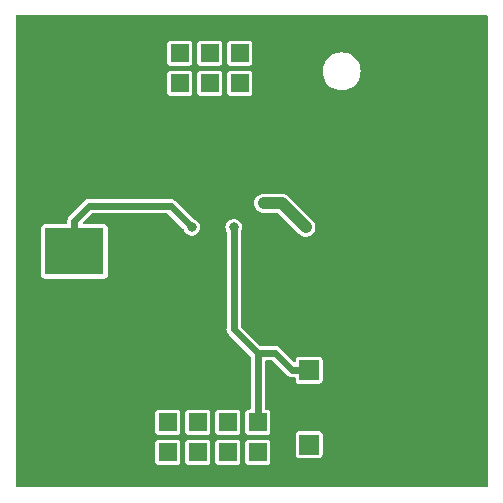
<source format=gbr>
%TF.GenerationSoftware,KiCad,Pcbnew,7.0.7-7.0.7~ubuntu23.04.1*%
%TF.CreationDate,2023-09-17T09:32:36+00:00*%
%TF.ProjectId,RTC02,52544330-322e-46b6-9963-61645f706362,rev?*%
%TF.SameCoordinates,Original*%
%TF.FileFunction,Copper,L1,Top*%
%TF.FilePolarity,Positive*%
%FSLAX46Y46*%
G04 Gerber Fmt 4.6, Leading zero omitted, Abs format (unit mm)*
G04 Created by KiCad (PCBNEW 7.0.7-7.0.7~ubuntu23.04.1) date 2023-09-17 09:32:36*
%MOMM*%
%LPD*%
G01*
G04 APERTURE LIST*
%TA.AperFunction,SMDPad,CuDef*%
%ADD10R,5.000000X4.000000*%
%TD*%
%TA.AperFunction,ComponentPad*%
%ADD11R,1.524000X1.524000*%
%TD*%
%TA.AperFunction,ComponentPad*%
%ADD12C,6.000000*%
%TD*%
%TA.AperFunction,ComponentPad*%
%ADD13R,1.676400X1.676400*%
%TD*%
%TA.AperFunction,ViaPad*%
%ADD14C,0.800000*%
%TD*%
%TA.AperFunction,Conductor*%
%ADD15C,0.600000*%
%TD*%
%TA.AperFunction,Conductor*%
%ADD16C,0.250000*%
%TD*%
%TA.AperFunction,Conductor*%
%ADD17C,1.000000*%
%TD*%
G04 APERTURE END LIST*
D10*
%TO.P,BT1,1*%
%TO.N,Net-(BT1-Pad1)*%
X5320000Y20320000D03*
%TO.P,BT1,2*%
%TO.N,GND*%
X35320000Y20320000D03*
%TD*%
D11*
%TO.P,J1,1*%
%TO.N,GND*%
X21844000Y37084000D03*
%TO.P,J1,2*%
X21844000Y34544000D03*
%TO.P,J1,3*%
%TO.N,/SDA*%
X19304000Y37084000D03*
%TO.P,J1,4*%
X19304000Y34544000D03*
%TO.P,J1,5*%
%TO.N,VCC*%
X16764000Y37084000D03*
%TO.P,J1,6*%
X16764000Y34544000D03*
%TO.P,J1,7*%
%TO.N,/SCL*%
X14224000Y37084000D03*
%TO.P,J1,8*%
X14224000Y34544000D03*
%TO.P,J1,9*%
%TO.N,GND*%
X11684000Y37084000D03*
%TO.P,J1,10*%
X11684000Y34544000D03*
%TD*%
%TO.P,J2,1*%
%TO.N,/INTA*%
X18288000Y3302000D03*
%TO.P,J2,2*%
%TO.N,Net-(J2-Pad2)*%
X18288000Y5842000D03*
%TD*%
%TO.P,J3,1*%
%TO.N,/INTA*%
X15748000Y3302000D03*
%TO.P,J3,2*%
X15748000Y5842000D03*
%TD*%
%TO.P,J4,1*%
%TO.N,/CLK*%
X13208000Y3302000D03*
%TO.P,J4,2*%
X13208000Y5842000D03*
%TD*%
%TO.P,J5,1*%
%TO.N,/TS*%
X20828000Y3302000D03*
%TO.P,J5,2*%
X20828000Y5842000D03*
%TD*%
D12*
%TO.P,M1,1*%
%TO.N,GND*%
X5080000Y5080000D03*
%TD*%
%TO.P,M2,1*%
%TO.N,GND*%
X5080000Y35560000D03*
%TD*%
%TO.P,M3,1*%
%TO.N,GND*%
X35560000Y35560000D03*
%TD*%
%TO.P,M4,1*%
%TO.N,GND*%
X35560000Y5080000D03*
%TD*%
D13*
%TO.P,SW1,1*%
%TO.N,/TS*%
X25182000Y3962000D03*
X25182000Y10262000D03*
%TO.P,SW1,2*%
%TO.N,GND*%
X29682000Y3962000D03*
X29682000Y10262000D03*
%TD*%
D11*
%TO.P,J6,1*%
%TO.N,GND*%
X10668000Y3302000D03*
%TO.P,J6,2*%
X10668000Y5842000D03*
%TD*%
D14*
%TO.N,Net-(BT1-Pad1)*%
X15240000Y22352000D03*
%TO.N,GND*%
X39116000Y19558000D03*
X9144000Y35560000D03*
X27940000Y19812000D03*
X17780000Y23876000D03*
X39116000Y18288000D03*
X12954000Y22352000D03*
X25908000Y23368000D03*
X23876000Y37592000D03*
X9144000Y4572000D03*
X9144000Y37084000D03*
X17272000Y12192000D03*
X16764000Y23876000D03*
X14224000Y16510000D03*
X27940000Y18796000D03*
X16764000Y24892000D03*
X35560000Y17272000D03*
X39116000Y22098000D03*
X24892000Y25908000D03*
X17272000Y13970000D03*
X33020000Y17272000D03*
X34290000Y17272000D03*
X15240000Y23876000D03*
X11938000Y20320000D03*
X26416000Y22352000D03*
X9144000Y5588000D03*
X12700000Y16510000D03*
X39116000Y20828000D03*
X27940000Y22352000D03*
X23876000Y36068000D03*
X38100000Y17272000D03*
X24892000Y24384000D03*
X27940000Y20828000D03*
X36830000Y17272000D03*
X9144000Y3048000D03*
X15240000Y24892000D03*
X12192000Y17526000D03*
X9144000Y34036000D03*
X23876000Y34544000D03*
X11938000Y21590000D03*
X12192000Y19050000D03*
%TO.N,VCC*%
X21336000Y24384000D03*
X24892000Y22352000D03*
%TO.N,/TS*%
X18796000Y22352000D03*
%TD*%
D15*
%TO.N,Net-(BT1-Pad1)*%
X13462000Y24130000D02*
X15240000Y22352000D01*
X5320000Y22920000D02*
X6530000Y24130000D01*
X5320000Y20320000D02*
X5320000Y22920000D01*
X6530000Y24130000D02*
X13462000Y24130000D01*
D16*
%TO.N,GND*%
X10926000Y4572000D02*
X17018000Y4572000D01*
X35320000Y20320000D02*
X35320000Y18070000D01*
D15*
X9144000Y5588000D02*
X9144000Y4572000D01*
D16*
X25400000Y23876000D02*
X24892000Y24384000D01*
X34290000Y17272000D02*
X33020000Y17272000D01*
X34290000Y17272000D02*
X35560000Y17272000D01*
X12700000Y16510000D02*
X14224000Y16510000D01*
X39116000Y18288000D02*
X39116000Y19558000D01*
X26416000Y22860000D02*
X25908000Y23368000D01*
X24892000Y24384000D02*
X24892000Y25908000D01*
D15*
X11684000Y37084000D02*
X9144000Y37084000D01*
D16*
X12954000Y22352000D02*
X12700000Y22352000D01*
X27940000Y19812000D02*
X27940000Y18796000D01*
X34522000Y17272000D02*
X34290000Y17272000D01*
X12192000Y19050000D02*
X12192000Y17526000D01*
X17018000Y4572000D02*
X17018000Y11938000D01*
X23876000Y34544000D02*
X23876000Y36068000D01*
X15240000Y23876000D02*
X15240000Y24892000D01*
X10668000Y5842000D02*
X10668000Y4830000D01*
X17780000Y23876000D02*
X16764000Y23876000D01*
D15*
X9144000Y35560000D02*
X9144000Y34036000D01*
D16*
X39116000Y20828000D02*
X39116000Y22098000D01*
X27940000Y22352000D02*
X27940000Y20828000D01*
X10668000Y4830000D02*
X10926000Y4572000D01*
X26416000Y22352000D02*
X26416000Y22860000D01*
D15*
X11938000Y21590000D02*
X11938000Y20320000D01*
D16*
X17018000Y11938000D02*
X17272000Y12192000D01*
X12700000Y22352000D02*
X11938000Y21590000D01*
X17018000Y4572000D02*
X17272000Y4572000D01*
X36830000Y17272000D02*
X38100000Y17272000D01*
X35320000Y18070000D02*
X34522000Y17272000D01*
D17*
%TO.N,VCC*%
X22860000Y24384000D02*
X24892000Y22352000D01*
X21336000Y24384000D02*
X22860000Y24384000D01*
D15*
%TO.N,/TS*%
X25182000Y10262000D02*
X23743800Y10262000D01*
X18796000Y22352000D02*
X18796000Y13716000D01*
X18796000Y13716000D02*
X20828000Y11684000D01*
X22321800Y11684000D02*
X20828000Y11684000D01*
X20828000Y11684000D02*
X20828000Y5842000D01*
X23743800Y10262000D02*
X22321800Y11684000D01*
%TD*%
%TA.AperFunction,Conductor*%
%TO.N,GND*%
G36*
X40269691Y40291593D02*
G01*
X40305655Y40242093D01*
X40310500Y40211500D01*
X40310500Y428500D01*
X40291593Y370309D01*
X40242093Y334345D01*
X40211500Y329500D01*
X428500Y329500D01*
X370309Y348407D01*
X334345Y397907D01*
X329500Y428500D01*
X329500Y2495139D01*
X12145500Y2495139D01*
X12145501Y2495136D01*
X12148414Y2470009D01*
X12193794Y2367235D01*
X12273235Y2287794D01*
X12376011Y2242414D01*
X12401131Y2239500D01*
X12401135Y2239500D01*
X14014860Y2239500D01*
X14014862Y2239500D01*
X14014864Y2239501D01*
X14017777Y2239838D01*
X14039990Y2242414D01*
X14097385Y2267756D01*
X14142765Y2287794D01*
X14222206Y2367235D01*
X14267585Y2470009D01*
X14270500Y2495135D01*
X14270500Y2495139D01*
X14685500Y2495139D01*
X14685501Y2495136D01*
X14688414Y2470009D01*
X14733794Y2367235D01*
X14813235Y2287794D01*
X14916011Y2242414D01*
X14941131Y2239500D01*
X14941135Y2239500D01*
X16554860Y2239500D01*
X16554862Y2239500D01*
X16554864Y2239501D01*
X16557777Y2239838D01*
X16579990Y2242414D01*
X16637385Y2267756D01*
X16682765Y2287794D01*
X16762206Y2367235D01*
X16807585Y2470009D01*
X16810500Y2495135D01*
X16810500Y2495139D01*
X17225500Y2495139D01*
X17225501Y2495136D01*
X17228414Y2470009D01*
X17273794Y2367235D01*
X17353235Y2287794D01*
X17456011Y2242414D01*
X17481131Y2239500D01*
X17481135Y2239500D01*
X19094860Y2239500D01*
X19094862Y2239500D01*
X19094864Y2239501D01*
X19097777Y2239838D01*
X19119990Y2242414D01*
X19177385Y2267756D01*
X19222765Y2287794D01*
X19302206Y2367235D01*
X19347585Y2470009D01*
X19350500Y2495135D01*
X19350500Y2495139D01*
X19765500Y2495139D01*
X19765501Y2495136D01*
X19768414Y2470009D01*
X19813794Y2367235D01*
X19893235Y2287794D01*
X19996011Y2242414D01*
X20021131Y2239500D01*
X20021135Y2239500D01*
X21634860Y2239500D01*
X21634862Y2239500D01*
X21634864Y2239501D01*
X21637777Y2239838D01*
X21659990Y2242414D01*
X21717385Y2267756D01*
X21762765Y2287794D01*
X21842206Y2367235D01*
X21887585Y2470009D01*
X21890500Y2495135D01*
X21890500Y3078939D01*
X24043300Y3078939D01*
X24043301Y3078936D01*
X24046214Y3053809D01*
X24091594Y2951035D01*
X24171035Y2871594D01*
X24273811Y2826214D01*
X24298931Y2823300D01*
X24298935Y2823300D01*
X26065060Y2823300D01*
X26065062Y2823300D01*
X26065064Y2823301D01*
X26067977Y2823638D01*
X26090190Y2826214D01*
X26147585Y2851556D01*
X26192965Y2871594D01*
X26272406Y2951035D01*
X26317785Y3053809D01*
X26320700Y3078935D01*
X26320699Y4845064D01*
X26317785Y4870191D01*
X26272406Y4972965D01*
X26192965Y5052406D01*
X26090191Y5097785D01*
X26065065Y5100700D01*
X24298936Y5100699D01*
X24273809Y5097785D01*
X24171035Y5052406D01*
X24091594Y4972965D01*
X24046215Y4870191D01*
X24046214Y4870188D01*
X24043300Y4845069D01*
X24043300Y3078939D01*
X21890500Y3078939D01*
X21890499Y4108864D01*
X21887585Y4133991D01*
X21842206Y4236765D01*
X21762765Y4316206D01*
X21659991Y4361585D01*
X21634865Y4364500D01*
X20021136Y4364499D01*
X19996009Y4361585D01*
X19893235Y4316206D01*
X19813794Y4236765D01*
X19813794Y4236764D01*
X19768414Y4133988D01*
X19765500Y4108869D01*
X19765500Y2495139D01*
X19350500Y2495139D01*
X19350499Y4108864D01*
X19347585Y4133991D01*
X19302206Y4236765D01*
X19222765Y4316206D01*
X19119991Y4361585D01*
X19094865Y4364500D01*
X17481136Y4364499D01*
X17456009Y4361585D01*
X17353235Y4316206D01*
X17273794Y4236765D01*
X17273794Y4236764D01*
X17228414Y4133988D01*
X17225500Y4108869D01*
X17225500Y2495139D01*
X16810500Y2495139D01*
X16810499Y4108864D01*
X16807585Y4133991D01*
X16762206Y4236765D01*
X16682765Y4316206D01*
X16579991Y4361585D01*
X16554865Y4364500D01*
X14941136Y4364499D01*
X14916009Y4361585D01*
X14813235Y4316206D01*
X14733794Y4236765D01*
X14733794Y4236764D01*
X14688414Y4133988D01*
X14685500Y4108869D01*
X14685500Y2495139D01*
X14270500Y2495139D01*
X14270499Y4108864D01*
X14267585Y4133991D01*
X14222206Y4236765D01*
X14142765Y4316206D01*
X14039991Y4361585D01*
X14014865Y4364500D01*
X12401136Y4364499D01*
X12376009Y4361585D01*
X12273235Y4316206D01*
X12193794Y4236765D01*
X12193794Y4236764D01*
X12148414Y4133988D01*
X12145500Y4108869D01*
X12145500Y2495139D01*
X329500Y2495139D01*
X329500Y5035139D01*
X12145500Y5035139D01*
X12145501Y5035136D01*
X12148414Y5010009D01*
X12193794Y4907235D01*
X12273235Y4827794D01*
X12376011Y4782414D01*
X12401131Y4779500D01*
X12401135Y4779500D01*
X14014860Y4779500D01*
X14014862Y4779500D01*
X14014864Y4779501D01*
X14017777Y4779838D01*
X14039990Y4782414D01*
X14097385Y4807756D01*
X14142765Y4827794D01*
X14222206Y4907235D01*
X14267585Y5010009D01*
X14270500Y5035135D01*
X14270500Y5035139D01*
X14685500Y5035139D01*
X14685501Y5035136D01*
X14688414Y5010009D01*
X14733794Y4907235D01*
X14813235Y4827794D01*
X14916011Y4782414D01*
X14941131Y4779500D01*
X14941135Y4779500D01*
X16554860Y4779500D01*
X16554862Y4779500D01*
X16554864Y4779501D01*
X16557777Y4779838D01*
X16579990Y4782414D01*
X16637385Y4807756D01*
X16682765Y4827794D01*
X16762206Y4907235D01*
X16807585Y5010009D01*
X16810500Y5035135D01*
X16810500Y5035139D01*
X17225500Y5035139D01*
X17225501Y5035136D01*
X17228414Y5010009D01*
X17273794Y4907235D01*
X17353235Y4827794D01*
X17456011Y4782414D01*
X17481131Y4779500D01*
X17481135Y4779500D01*
X19094860Y4779500D01*
X19094862Y4779500D01*
X19094864Y4779501D01*
X19097777Y4779838D01*
X19119990Y4782414D01*
X19177385Y4807756D01*
X19222765Y4827794D01*
X19302206Y4907235D01*
X19347585Y5010009D01*
X19350500Y5035135D01*
X19350499Y6648864D01*
X19347585Y6673991D01*
X19302206Y6776765D01*
X19222765Y6856206D01*
X19119991Y6901585D01*
X19094865Y6904500D01*
X17481136Y6904499D01*
X17456009Y6901585D01*
X17353235Y6856206D01*
X17273794Y6776765D01*
X17273794Y6776764D01*
X17228414Y6673988D01*
X17225500Y6648869D01*
X17225500Y5035139D01*
X16810500Y5035139D01*
X16810499Y6648864D01*
X16807585Y6673991D01*
X16762206Y6776765D01*
X16682765Y6856206D01*
X16579991Y6901585D01*
X16554865Y6904500D01*
X14941136Y6904499D01*
X14916009Y6901585D01*
X14813235Y6856206D01*
X14733794Y6776765D01*
X14733794Y6776764D01*
X14688414Y6673988D01*
X14685500Y6648869D01*
X14685500Y5035139D01*
X14270500Y5035139D01*
X14270499Y6648864D01*
X14267585Y6673991D01*
X14222206Y6776765D01*
X14142765Y6856206D01*
X14039991Y6901585D01*
X14014865Y6904500D01*
X12401136Y6904499D01*
X12376009Y6901585D01*
X12273235Y6856206D01*
X12193794Y6776765D01*
X12193794Y6776764D01*
X12148414Y6673988D01*
X12145500Y6648869D01*
X12145500Y5035139D01*
X329500Y5035139D01*
X329500Y18275139D01*
X2519500Y18275139D01*
X2519501Y18275136D01*
X2522414Y18250009D01*
X2567794Y18147235D01*
X2647235Y18067794D01*
X2750011Y18022414D01*
X2775131Y18019500D01*
X2775135Y18019500D01*
X7864860Y18019500D01*
X7864862Y18019500D01*
X7864864Y18019501D01*
X7867777Y18019838D01*
X7889990Y18022414D01*
X7947384Y18047756D01*
X7992765Y18067794D01*
X8072206Y18147235D01*
X8117585Y18250009D01*
X8120500Y18275135D01*
X8120499Y22364864D01*
X8117585Y22389991D01*
X8072206Y22492765D01*
X7992765Y22572206D01*
X7889991Y22617585D01*
X7864865Y22620500D01*
X6108741Y22620499D01*
X6050551Y22639406D01*
X6014587Y22688906D01*
X6014587Y22750092D01*
X6038738Y22789503D01*
X6749739Y23500504D01*
X6804256Y23528281D01*
X6819743Y23529500D01*
X13172257Y23529500D01*
X13230448Y23510593D01*
X13242261Y23500504D01*
X14536915Y22205848D01*
X14559478Y22170950D01*
X14615182Y22024069D01*
X14711816Y21884072D01*
X14711818Y21884069D01*
X14839146Y21771267D01*
X14989776Y21692209D01*
X15154941Y21651500D01*
X15154944Y21651500D01*
X15325058Y21651500D01*
X15490223Y21692209D01*
X15608286Y21754174D01*
X15640852Y21771266D01*
X15768183Y21884071D01*
X15864818Y22024070D01*
X15925140Y22183128D01*
X15945645Y22352000D01*
X18090355Y22352000D01*
X18110860Y22183128D01*
X18171182Y22024070D01*
X18171183Y22024068D01*
X18177977Y22014225D01*
X18195500Y21957989D01*
X18195500Y13758608D01*
X18195076Y13752140D01*
X18190318Y13716000D01*
X18190318Y13715999D01*
X18195500Y13676639D01*
X18210955Y13559241D01*
X18210957Y13559233D01*
X18271462Y13413161D01*
X18271462Y13413160D01*
X18367713Y13287723D01*
X18367719Y13287717D01*
X18396638Y13265525D01*
X18401510Y13261253D01*
X20198504Y11464260D01*
X20226281Y11409743D01*
X20227500Y11394256D01*
X20227500Y7003499D01*
X20208593Y6945308D01*
X20159093Y6909344D01*
X20128500Y6904499D01*
X20021136Y6904499D01*
X19996009Y6901585D01*
X19893235Y6856206D01*
X19813794Y6776765D01*
X19813794Y6776764D01*
X19768414Y6673988D01*
X19765500Y6648869D01*
X19765500Y5035139D01*
X19765501Y5035136D01*
X19768414Y5010009D01*
X19813794Y4907235D01*
X19893235Y4827794D01*
X19996011Y4782414D01*
X20021131Y4779500D01*
X20021135Y4779500D01*
X21634860Y4779500D01*
X21634862Y4779500D01*
X21634864Y4779501D01*
X21637777Y4779838D01*
X21659990Y4782414D01*
X21717385Y4807756D01*
X21762765Y4827794D01*
X21842206Y4907235D01*
X21887585Y5010009D01*
X21890500Y5035135D01*
X21890499Y6648864D01*
X21887585Y6673991D01*
X21842206Y6776765D01*
X21762765Y6856206D01*
X21659991Y6901585D01*
X21634865Y6904500D01*
X21527499Y6904499D01*
X21469310Y6923406D01*
X21433346Y6972905D01*
X21428500Y7003499D01*
X21428500Y10984500D01*
X21447407Y11042691D01*
X21496907Y11078655D01*
X21527500Y11083500D01*
X22032057Y11083500D01*
X22090248Y11064593D01*
X22102061Y11054504D01*
X23289053Y9867510D01*
X23293325Y9862638D01*
X23315517Y9833719D01*
X23315522Y9833714D01*
X23368365Y9793167D01*
X23411931Y9759738D01*
X23421606Y9752313D01*
X23440957Y9737464D01*
X23440961Y9737462D01*
X23587033Y9676957D01*
X23587041Y9676955D01*
X23743799Y9656318D01*
X23743800Y9656318D01*
X23743801Y9656318D01*
X23779941Y9661076D01*
X23786409Y9661500D01*
X23944301Y9661500D01*
X24002492Y9642593D01*
X24038456Y9593093D01*
X24043301Y9562500D01*
X24043301Y9378936D01*
X24046214Y9353809D01*
X24091594Y9251035D01*
X24171035Y9171594D01*
X24273811Y9126214D01*
X24298931Y9123300D01*
X24298935Y9123300D01*
X26065060Y9123300D01*
X26065062Y9123300D01*
X26065064Y9123301D01*
X26067977Y9123638D01*
X26090190Y9126214D01*
X26147585Y9151556D01*
X26192965Y9171594D01*
X26272406Y9251035D01*
X26317785Y9353809D01*
X26320700Y9378935D01*
X26320699Y11145064D01*
X26317785Y11170191D01*
X26272406Y11272965D01*
X26192965Y11352406D01*
X26090191Y11397785D01*
X26065065Y11400700D01*
X24298936Y11400699D01*
X24273809Y11397785D01*
X24171035Y11352406D01*
X24091594Y11272965D01*
X24091594Y11272964D01*
X24046214Y11170188D01*
X24043300Y11145069D01*
X24043300Y11050742D01*
X24024393Y10992551D01*
X23974893Y10956587D01*
X23913707Y10956587D01*
X23874298Y10980736D01*
X22776537Y12078497D01*
X22772277Y12083355D01*
X22750082Y12112282D01*
X22624641Y12208536D01*
X22478562Y12269044D01*
X22361161Y12284500D01*
X22321800Y12289682D01*
X22321799Y12289682D01*
X22285659Y12284924D01*
X22279191Y12284500D01*
X21117743Y12284500D01*
X21059552Y12303407D01*
X21047739Y12313496D01*
X19425496Y13935739D01*
X19397719Y13990256D01*
X19396500Y14005743D01*
X19396500Y21957989D01*
X19414023Y22014225D01*
X19416903Y22018398D01*
X19420818Y22024070D01*
X19481140Y22183128D01*
X19501645Y22352000D01*
X19500083Y22364860D01*
X19490693Y22442194D01*
X19481140Y22520872D01*
X19420818Y22679930D01*
X19324183Y22819929D01*
X19196852Y22932734D01*
X19046225Y23011790D01*
X18881056Y23052500D01*
X18710944Y23052500D01*
X18545775Y23011790D01*
X18395148Y22932734D01*
X18267817Y22819929D01*
X18171182Y22679930D01*
X18110860Y22520872D01*
X18110860Y22520870D01*
X18091917Y22364860D01*
X18090355Y22352000D01*
X15945645Y22352000D01*
X15944083Y22364860D01*
X15934693Y22442194D01*
X15925140Y22520872D01*
X15864818Y22679930D01*
X15768183Y22819929D01*
X15640852Y22932734D01*
X15490225Y23011790D01*
X15463072Y23018482D01*
X15436361Y23025066D01*
X15390050Y23051183D01*
X14057234Y24384000D01*
X20530435Y24384000D01*
X20550632Y24204742D01*
X20550633Y24204738D01*
X20610211Y24034477D01*
X20610211Y24034476D01*
X20706181Y23881741D01*
X20833741Y23754181D01*
X20986476Y23658211D01*
X21156738Y23598633D01*
X21156750Y23598630D01*
X21291029Y23583500D01*
X21291046Y23583500D01*
X22487414Y23583500D01*
X22545605Y23564593D01*
X22557418Y23554504D01*
X24357749Y21754173D01*
X24463412Y21669908D01*
X24625939Y21591640D01*
X24625942Y21591638D01*
X24801806Y21551500D01*
X24982194Y21551500D01*
X25158057Y21591638D01*
X25158059Y21591639D01*
X25158061Y21591640D01*
X25282361Y21651500D01*
X25320590Y21669910D01*
X25461613Y21782372D01*
X25461616Y21782375D01*
X25461621Y21782379D01*
X25461627Y21782386D01*
X25574089Y21923409D01*
X25590742Y21957989D01*
X25652360Y22085939D01*
X25674543Y22183128D01*
X25692500Y22261806D01*
X25692500Y22442193D01*
X25652361Y22618057D01*
X25652360Y22618057D01*
X25652360Y22618061D01*
X25574091Y22780587D01*
X25489826Y22886252D01*
X23394252Y24981826D01*
X23394251Y24981826D01*
X23362262Y25013816D01*
X23326304Y25036408D01*
X23321789Y25039612D01*
X23288587Y25066091D01*
X23250324Y25084516D01*
X23245484Y25087191D01*
X23209522Y25109789D01*
X23169431Y25123816D01*
X23164324Y25125932D01*
X23126061Y25144360D01*
X23126055Y25144361D01*
X23126054Y25144362D01*
X23107232Y25148657D01*
X23084654Y25153810D01*
X23079327Y25155345D01*
X23039255Y25169368D01*
X22997050Y25174123D01*
X22991596Y25175049D01*
X22950194Y25184500D01*
X22904954Y25184500D01*
X21291046Y25184500D01*
X21291045Y25184499D01*
X21291029Y25184499D01*
X21156750Y25169369D01*
X21156746Y25169368D01*
X21156745Y25169368D01*
X21156742Y25169367D01*
X21156738Y25169366D01*
X21116675Y25155347D01*
X20986478Y25109789D01*
X20986476Y25109788D01*
X20869691Y25036407D01*
X20833738Y25013816D01*
X20706184Y24886262D01*
X20706182Y24886259D01*
X20706181Y24886258D01*
X20610211Y24733523D01*
X20610211Y24733522D01*
X20550633Y24563261D01*
X20550632Y24563257D01*
X20530435Y24384000D01*
X14057234Y24384000D01*
X13916743Y24524491D01*
X13912475Y24529357D01*
X13890282Y24558282D01*
X13890280Y24558283D01*
X13890280Y24558284D01*
X13857250Y24583628D01*
X13764841Y24654536D01*
X13618762Y24715044D01*
X13501361Y24730500D01*
X13462000Y24735682D01*
X13461999Y24735682D01*
X13425859Y24730924D01*
X13419391Y24730500D01*
X6572609Y24730500D01*
X6566141Y24730924D01*
X6530001Y24735682D01*
X6530000Y24735682D01*
X6490639Y24730500D01*
X6373238Y24715044D01*
X6373233Y24715042D01*
X6227161Y24654537D01*
X6227160Y24654537D01*
X6108199Y24563255D01*
X6101718Y24558282D01*
X6101714Y24558277D01*
X6101713Y24558276D01*
X6079529Y24529365D01*
X6075255Y24524491D01*
X4925508Y23374744D01*
X4920634Y23370470D01*
X4891718Y23348282D01*
X4891715Y23348278D01*
X4867550Y23316785D01*
X4795462Y23222838D01*
X4734957Y23076766D01*
X4734955Y23076758D01*
X4714318Y22920000D01*
X4714318Y22919999D01*
X4719076Y22883858D01*
X4719500Y22877390D01*
X4719500Y22719499D01*
X4700593Y22661308D01*
X4651093Y22625344D01*
X4620500Y22620499D01*
X2775136Y22620499D01*
X2750009Y22617585D01*
X2647235Y22572206D01*
X2567794Y22492765D01*
X2522415Y22389991D01*
X2522414Y22389988D01*
X2519500Y22364869D01*
X2519500Y18275139D01*
X329500Y18275139D01*
X329500Y33737139D01*
X13161500Y33737139D01*
X13161501Y33737136D01*
X13164414Y33712009D01*
X13209794Y33609235D01*
X13289235Y33529794D01*
X13392011Y33484414D01*
X13417131Y33481500D01*
X13417135Y33481500D01*
X15030860Y33481500D01*
X15030862Y33481500D01*
X15030864Y33481501D01*
X15033777Y33481838D01*
X15055990Y33484414D01*
X15113384Y33509756D01*
X15158765Y33529794D01*
X15238206Y33609235D01*
X15283585Y33712009D01*
X15286500Y33737135D01*
X15286500Y33737139D01*
X15701500Y33737139D01*
X15701501Y33737136D01*
X15704414Y33712009D01*
X15749794Y33609235D01*
X15829235Y33529794D01*
X15932011Y33484414D01*
X15957131Y33481500D01*
X15957135Y33481500D01*
X17570860Y33481500D01*
X17570862Y33481500D01*
X17570864Y33481501D01*
X17573777Y33481838D01*
X17595990Y33484414D01*
X17653384Y33509756D01*
X17698765Y33529794D01*
X17778206Y33609235D01*
X17823585Y33712009D01*
X17826500Y33737135D01*
X17826500Y33737139D01*
X18241500Y33737139D01*
X18241501Y33737136D01*
X18244414Y33712009D01*
X18289794Y33609235D01*
X18369235Y33529794D01*
X18472011Y33484414D01*
X18497131Y33481500D01*
X18497135Y33481500D01*
X20110860Y33481500D01*
X20110862Y33481500D01*
X20110864Y33481501D01*
X20113777Y33481838D01*
X20135990Y33484414D01*
X20193384Y33509756D01*
X20238765Y33529794D01*
X20318206Y33609235D01*
X20363585Y33712009D01*
X20366500Y33737135D01*
X20366499Y35350864D01*
X20363585Y35375991D01*
X20318206Y35478765D01*
X20238765Y35558206D01*
X20234702Y35560000D01*
X26334551Y35560000D01*
X26354316Y35308853D01*
X26413127Y35063886D01*
X26509532Y34831143D01*
X26509535Y34831137D01*
X26641162Y34616343D01*
X26641168Y34616335D01*
X26804767Y34424785D01*
X26804785Y34424767D01*
X26996335Y34261168D01*
X26996343Y34261162D01*
X27211137Y34129535D01*
X27211143Y34129532D01*
X27443887Y34033127D01*
X27443886Y34033127D01*
X27688853Y33974316D01*
X27820775Y33963934D01*
X27877118Y33959500D01*
X27877123Y33959500D01*
X28002877Y33959500D01*
X28002882Y33959500D01*
X28062812Y33964216D01*
X28191146Y33974316D01*
X28436113Y34033127D01*
X28668856Y34129532D01*
X28668862Y34129535D01*
X28883656Y34261162D01*
X28883664Y34261168D01*
X29075214Y34424767D01*
X29075217Y34424770D01*
X29075224Y34424776D01*
X29238836Y34616341D01*
X29370466Y34831141D01*
X29466873Y35063889D01*
X29525683Y35308852D01*
X29545449Y35560000D01*
X29525683Y35811148D01*
X29466873Y36056111D01*
X29370466Y36288859D01*
X29238836Y36503659D01*
X29075224Y36695224D01*
X28883659Y36858836D01*
X28668859Y36990466D01*
X28436111Y37086873D01*
X28191148Y37145683D01*
X28002882Y37160500D01*
X27877118Y37160500D01*
X27688852Y37145683D01*
X27443889Y37086873D01*
X27443887Y37086872D01*
X27443886Y37086872D01*
X27211143Y36990467D01*
X27211137Y36990464D01*
X27067941Y36902712D01*
X26996341Y36858836D01*
X26804776Y36695224D01*
X26804770Y36695217D01*
X26804767Y36695214D01*
X26641168Y36503664D01*
X26641162Y36503656D01*
X26509535Y36288862D01*
X26509532Y36288856D01*
X26413127Y36056113D01*
X26354316Y35811146D01*
X26334551Y35560000D01*
X20234702Y35560000D01*
X20135991Y35603585D01*
X20110865Y35606500D01*
X18497136Y35606499D01*
X18472009Y35603585D01*
X18369235Y35558206D01*
X18289794Y35478765D01*
X18289794Y35478764D01*
X18244414Y35375988D01*
X18241500Y35350869D01*
X18241500Y33737139D01*
X17826500Y33737139D01*
X17826499Y35350864D01*
X17823585Y35375991D01*
X17778206Y35478765D01*
X17698765Y35558206D01*
X17595991Y35603585D01*
X17570865Y35606500D01*
X15957136Y35606499D01*
X15932009Y35603585D01*
X15829235Y35558206D01*
X15749794Y35478765D01*
X15749794Y35478764D01*
X15704414Y35375988D01*
X15701500Y35350869D01*
X15701500Y33737139D01*
X15286500Y33737139D01*
X15286499Y35350864D01*
X15283585Y35375991D01*
X15238206Y35478765D01*
X15158765Y35558206D01*
X15055991Y35603585D01*
X15030865Y35606500D01*
X13417136Y35606499D01*
X13392009Y35603585D01*
X13289235Y35558206D01*
X13209794Y35478765D01*
X13209794Y35478764D01*
X13164414Y35375988D01*
X13161500Y35350869D01*
X13161500Y33737139D01*
X329500Y33737139D01*
X329500Y36277139D01*
X13161500Y36277139D01*
X13161501Y36277136D01*
X13164414Y36252009D01*
X13209794Y36149235D01*
X13289235Y36069794D01*
X13392011Y36024414D01*
X13417131Y36021500D01*
X13417135Y36021500D01*
X15030860Y36021500D01*
X15030862Y36021500D01*
X15030864Y36021501D01*
X15033777Y36021838D01*
X15055990Y36024414D01*
X15127780Y36056113D01*
X15158765Y36069794D01*
X15238206Y36149235D01*
X15283585Y36252009D01*
X15286500Y36277135D01*
X15286500Y36277139D01*
X15701500Y36277139D01*
X15701501Y36277136D01*
X15704414Y36252009D01*
X15749794Y36149235D01*
X15829235Y36069794D01*
X15932011Y36024414D01*
X15957131Y36021500D01*
X15957135Y36021500D01*
X17570860Y36021500D01*
X17570862Y36021500D01*
X17570864Y36021501D01*
X17573777Y36021838D01*
X17595990Y36024414D01*
X17667780Y36056113D01*
X17698765Y36069794D01*
X17778206Y36149235D01*
X17823585Y36252009D01*
X17826500Y36277135D01*
X17826500Y36277139D01*
X18241500Y36277139D01*
X18241501Y36277136D01*
X18244414Y36252009D01*
X18289794Y36149235D01*
X18369235Y36069794D01*
X18472011Y36024414D01*
X18497131Y36021500D01*
X18497135Y36021500D01*
X20110860Y36021500D01*
X20110862Y36021500D01*
X20110864Y36021501D01*
X20113777Y36021838D01*
X20135990Y36024414D01*
X20207780Y36056113D01*
X20238765Y36069794D01*
X20318206Y36149235D01*
X20363585Y36252009D01*
X20366500Y36277135D01*
X20366499Y37890864D01*
X20363585Y37915991D01*
X20318206Y38018765D01*
X20238765Y38098206D01*
X20135991Y38143585D01*
X20110865Y38146500D01*
X18497136Y38146499D01*
X18472009Y38143585D01*
X18369235Y38098206D01*
X18289794Y38018765D01*
X18289794Y38018764D01*
X18244414Y37915988D01*
X18241500Y37890869D01*
X18241500Y36277139D01*
X17826500Y36277139D01*
X17826499Y37890864D01*
X17823585Y37915991D01*
X17778206Y38018765D01*
X17698765Y38098206D01*
X17595991Y38143585D01*
X17570865Y38146500D01*
X15957136Y38146499D01*
X15932009Y38143585D01*
X15829235Y38098206D01*
X15749794Y38018765D01*
X15749794Y38018764D01*
X15704414Y37915988D01*
X15701500Y37890869D01*
X15701500Y36277139D01*
X15286500Y36277139D01*
X15286499Y37890864D01*
X15283585Y37915991D01*
X15238206Y38018765D01*
X15158765Y38098206D01*
X15055991Y38143585D01*
X15030865Y38146500D01*
X13417136Y38146499D01*
X13392009Y38143585D01*
X13289235Y38098206D01*
X13209794Y38018765D01*
X13209794Y38018764D01*
X13164414Y37915988D01*
X13161500Y37890869D01*
X13161500Y36277139D01*
X329500Y36277139D01*
X329500Y40211500D01*
X348407Y40269691D01*
X397907Y40305655D01*
X428500Y40310500D01*
X40211500Y40310500D01*
X40269691Y40291593D01*
G37*
%TD.AperFunction*%
%TD*%
M02*

</source>
